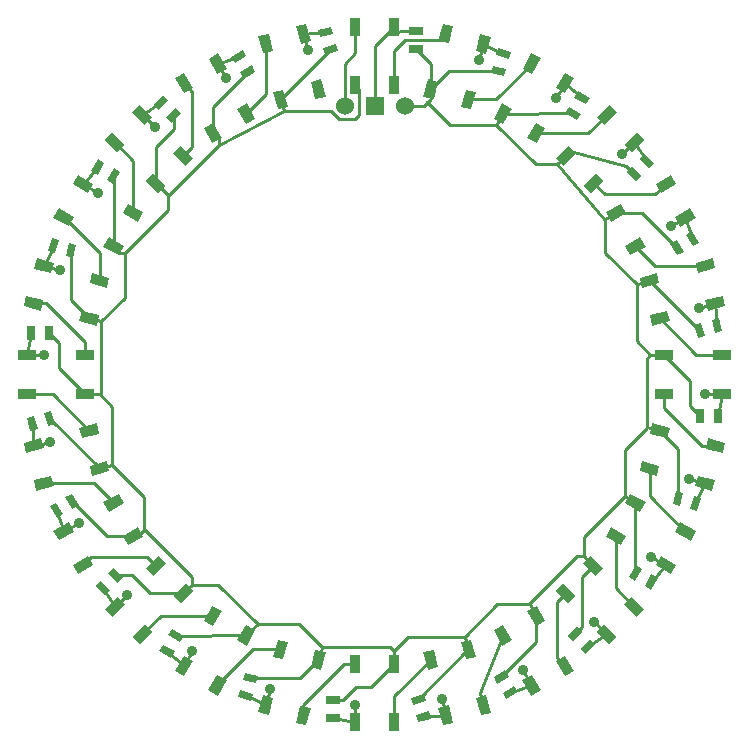
<source format=gtl>
G04 (created by PCBNEW (2013-mar-13)-testing) date Fri 11 Oct 2013 20:58:09 EST*
%MOIN*%
G04 Gerber Fmt 3.4, Leading zero omitted, Abs format*
%FSLAX34Y34*%
G01*
G70*
G90*
G04 APERTURE LIST*
%ADD10C,0.005906*%
%ADD11C,0.060000*%
%ADD12R,0.060000X0.060000*%
%ADD13R,0.045000X0.025000*%
%ADD14R,0.025000X0.045000*%
%ADD15R,0.035433X0.059055*%
%ADD16R,0.059055X0.035433*%
%ADD17C,0.035000*%
%ADD18C,0.010000*%
G04 APERTURE END LIST*
G54D10*
G54D11*
X1000Y8956D03*
G54D12*
X0Y8956D03*
G54D11*
X-1000Y8956D03*
G54D13*
X1377Y10845D03*
X1377Y11445D03*
G54D10*
G36*
X6748Y8482D02*
X6358Y8707D01*
X6483Y8924D01*
X6873Y8699D01*
X6748Y8482D01*
X6748Y8482D01*
G37*
G36*
X7048Y9002D02*
X6658Y9227D01*
X6783Y9444D01*
X7173Y9219D01*
X7048Y9002D01*
X7048Y9002D01*
G37*
G36*
X8714Y6447D02*
X8395Y6765D01*
X8572Y6942D01*
X8890Y6623D01*
X8714Y6447D01*
X8714Y6447D01*
G37*
G36*
X9138Y6871D02*
X8820Y7189D01*
X8996Y7366D01*
X9315Y7048D01*
X9138Y6871D01*
X9138Y6871D01*
G37*
G36*
X10085Y3972D02*
X9860Y4361D01*
X10077Y4486D01*
X10302Y4097D01*
X10085Y3972D01*
X10085Y3972D01*
G37*
G36*
X10605Y4272D02*
X10380Y4661D01*
X10596Y4786D01*
X10821Y4397D01*
X10605Y4272D01*
X10605Y4272D01*
G37*
G36*
X10770Y1226D02*
X10653Y1661D01*
X10895Y1725D01*
X11011Y1291D01*
X10770Y1226D01*
X10770Y1226D01*
G37*
G36*
X11349Y1381D02*
X11233Y1816D01*
X11474Y1881D01*
X11591Y1446D01*
X11349Y1381D01*
X11349Y1381D01*
G37*
G54D14*
X10845Y-1377D03*
X11445Y-1377D03*
G54D10*
G36*
X9940Y-4323D02*
X10056Y-3888D01*
X10298Y-3953D01*
X10181Y-4387D01*
X9940Y-4323D01*
X9940Y-4323D01*
G37*
G36*
X10519Y-4478D02*
X10636Y-4043D01*
X10877Y-4108D01*
X10761Y-4543D01*
X10519Y-4478D01*
X10519Y-4478D01*
G37*
G36*
X8482Y-6748D02*
X8707Y-6358D01*
X8924Y-6483D01*
X8699Y-6873D01*
X8482Y-6748D01*
X8482Y-6748D01*
G37*
G36*
X9002Y-7048D02*
X9227Y-6658D01*
X9443Y-6783D01*
X9218Y-7173D01*
X9002Y-7048D01*
X9002Y-7048D01*
G37*
G36*
X6447Y-8714D02*
X6765Y-8395D01*
X6942Y-8572D01*
X6623Y-8890D01*
X6447Y-8714D01*
X6447Y-8714D01*
G37*
G36*
X6871Y-9138D02*
X7189Y-8820D01*
X7366Y-8996D01*
X7048Y-9315D01*
X6871Y-9138D01*
X6871Y-9138D01*
G37*
G36*
X3972Y-10085D02*
X4361Y-9860D01*
X4486Y-10077D01*
X4097Y-10302D01*
X3972Y-10085D01*
X3972Y-10085D01*
G37*
G36*
X4272Y-10605D02*
X4661Y-10380D01*
X4786Y-10596D01*
X4397Y-10821D01*
X4272Y-10605D01*
X4272Y-10605D01*
G37*
G36*
X1226Y-10770D02*
X1660Y-10653D01*
X1725Y-10895D01*
X1290Y-11011D01*
X1226Y-10770D01*
X1226Y-10770D01*
G37*
G36*
X1381Y-11349D02*
X1816Y-11233D01*
X1880Y-11474D01*
X1446Y-11591D01*
X1381Y-11349D01*
X1381Y-11349D01*
G37*
G54D13*
X-1377Y-10845D03*
X-1377Y-11445D03*
G54D10*
G36*
X-4323Y-9940D02*
X-3888Y-10056D01*
X-3953Y-10298D01*
X-4387Y-10181D01*
X-4323Y-9940D01*
X-4323Y-9940D01*
G37*
G36*
X-4478Y-10519D02*
X-4043Y-10636D01*
X-4108Y-10877D01*
X-4543Y-10761D01*
X-4478Y-10519D01*
X-4478Y-10519D01*
G37*
G36*
X-6748Y-8482D02*
X-6358Y-8707D01*
X-6483Y-8924D01*
X-6873Y-8699D01*
X-6748Y-8482D01*
X-6748Y-8482D01*
G37*
G36*
X-7048Y-9002D02*
X-6658Y-9227D01*
X-6783Y-9443D01*
X-7173Y-9218D01*
X-7048Y-9002D01*
X-7048Y-9002D01*
G37*
G36*
X-8714Y-6447D02*
X-8395Y-6765D01*
X-8572Y-6942D01*
X-8890Y-6623D01*
X-8714Y-6447D01*
X-8714Y-6447D01*
G37*
G36*
X-9138Y-6871D02*
X-8820Y-7189D01*
X-8996Y-7366D01*
X-9315Y-7048D01*
X-9138Y-6871D01*
X-9138Y-6871D01*
G37*
G36*
X-10085Y-3972D02*
X-9860Y-4361D01*
X-10077Y-4486D01*
X-10302Y-4097D01*
X-10085Y-3972D01*
X-10085Y-3972D01*
G37*
G36*
X-10605Y-4272D02*
X-10380Y-4661D01*
X-10596Y-4786D01*
X-10821Y-4397D01*
X-10605Y-4272D01*
X-10605Y-4272D01*
G37*
G36*
X-10770Y-1226D02*
X-10653Y-1660D01*
X-10895Y-1725D01*
X-11011Y-1290D01*
X-10770Y-1226D01*
X-10770Y-1226D01*
G37*
G36*
X-11349Y-1381D02*
X-11233Y-1816D01*
X-11474Y-1880D01*
X-11591Y-1446D01*
X-11349Y-1381D01*
X-11349Y-1381D01*
G37*
G54D14*
X-10845Y1377D03*
X-11445Y1377D03*
G54D10*
G36*
X-9940Y4323D02*
X-10056Y3888D01*
X-10298Y3953D01*
X-10181Y4387D01*
X-9940Y4323D01*
X-9940Y4323D01*
G37*
G36*
X-10519Y4478D02*
X-10636Y4043D01*
X-10877Y4108D01*
X-10761Y4543D01*
X-10519Y4478D01*
X-10519Y4478D01*
G37*
G36*
X-8482Y6748D02*
X-8707Y6358D01*
X-8924Y6483D01*
X-8699Y6873D01*
X-8482Y6748D01*
X-8482Y6748D01*
G37*
G36*
X-9002Y7048D02*
X-9227Y6658D01*
X-9443Y6783D01*
X-9218Y7173D01*
X-9002Y7048D01*
X-9002Y7048D01*
G37*
G36*
X-6447Y8714D02*
X-6765Y8395D01*
X-6942Y8572D01*
X-6623Y8890D01*
X-6447Y8714D01*
X-6447Y8714D01*
G37*
G36*
X-6871Y9138D02*
X-7189Y8820D01*
X-7366Y8996D01*
X-7048Y9315D01*
X-6871Y9138D01*
X-6871Y9138D01*
G37*
G36*
X-3972Y10085D02*
X-4361Y9860D01*
X-4486Y10077D01*
X-4097Y10302D01*
X-3972Y10085D01*
X-3972Y10085D01*
G37*
G36*
X-4272Y10605D02*
X-4661Y10380D01*
X-4786Y10596D01*
X-4397Y10821D01*
X-4272Y10605D01*
X-4272Y10605D01*
G37*
G36*
X-1226Y10770D02*
X-1660Y10653D01*
X-1725Y10895D01*
X-1290Y11011D01*
X-1226Y10770D01*
X-1226Y10770D01*
G37*
G36*
X-1381Y11349D02*
X-1816Y11233D01*
X-1880Y11474D01*
X-1446Y11591D01*
X-1381Y11349D01*
X-1381Y11349D01*
G37*
G36*
X4323Y9940D02*
X3888Y10056D01*
X3953Y10298D01*
X4387Y10181D01*
X4323Y9940D01*
X4323Y9940D01*
G37*
G36*
X4478Y10520D02*
X4043Y10636D01*
X4108Y10878D01*
X4543Y10761D01*
X4478Y10520D01*
X4478Y10520D01*
G37*
G54D15*
X-649Y9665D03*
X649Y9665D03*
X649Y11590D03*
X-649Y11594D03*
G54D10*
G36*
X1968Y9173D02*
X1626Y9264D01*
X1779Y9835D01*
X2121Y9743D01*
X1968Y9173D01*
X1968Y9173D01*
G37*
G36*
X3223Y8836D02*
X2881Y8928D01*
X3034Y9498D01*
X3376Y9407D01*
X3223Y8836D01*
X3223Y8836D01*
G37*
G36*
X3721Y10696D02*
X3379Y10788D01*
X3532Y11358D01*
X3874Y11266D01*
X3721Y10696D01*
X3721Y10696D01*
G37*
G36*
X2468Y11036D02*
X2125Y11128D01*
X2278Y11698D01*
X2620Y11606D01*
X2468Y11036D01*
X2468Y11036D01*
G37*
G36*
X4275Y8350D02*
X3969Y8528D01*
X4264Y9039D01*
X4571Y8862D01*
X4275Y8350D01*
X4275Y8350D01*
G37*
G36*
X5401Y7701D02*
X5094Y7878D01*
X5389Y8389D01*
X5696Y8212D01*
X5401Y7701D01*
X5401Y7701D01*
G37*
G36*
X6363Y9368D02*
X6056Y9545D01*
X6352Y10057D01*
X6658Y9880D01*
X6363Y9368D01*
X6363Y9368D01*
G37*
G36*
X5240Y10021D02*
X4933Y10198D01*
X5228Y10710D01*
X5535Y10533D01*
X5240Y10021D01*
X5240Y10021D01*
G37*
G36*
X6291Y6959D02*
X6041Y7210D01*
X6458Y7627D01*
X6709Y7377D01*
X6291Y6959D01*
X6291Y6959D01*
G37*
G36*
X7210Y6041D02*
X6959Y6291D01*
X7377Y6709D01*
X7627Y6458D01*
X7210Y6041D01*
X7210Y6041D01*
G37*
G36*
X8571Y7402D02*
X8321Y7652D01*
X8738Y8070D01*
X8989Y7819D01*
X8571Y7402D01*
X8571Y7402D01*
G37*
G36*
X7655Y8323D02*
X7405Y8574D01*
X7822Y8991D01*
X8073Y8741D01*
X7655Y8323D01*
X7655Y8323D01*
G37*
G36*
X7878Y5094D02*
X7701Y5401D01*
X8212Y5696D01*
X8390Y5389D01*
X7878Y5094D01*
X7878Y5094D01*
G37*
G36*
X8528Y3969D02*
X8351Y4275D01*
X8862Y4571D01*
X9039Y4264D01*
X8528Y3969D01*
X8528Y3969D01*
G37*
G36*
X10195Y4931D02*
X10018Y5238D01*
X10529Y5533D01*
X10706Y5226D01*
X10195Y4931D01*
X10195Y4931D01*
G37*
G36*
X9549Y6058D02*
X9372Y6365D01*
X9883Y6660D01*
X10060Y6354D01*
X9549Y6058D01*
X9549Y6058D01*
G37*
G36*
X8928Y2881D02*
X8836Y3223D01*
X9407Y3376D01*
X9498Y3034D01*
X8928Y2881D01*
X8928Y2881D01*
G37*
G36*
X9264Y1626D02*
X9173Y1968D01*
X9743Y2121D01*
X9835Y1779D01*
X9264Y1626D01*
X9264Y1626D01*
G37*
G36*
X11124Y2124D02*
X11032Y2467D01*
X11603Y2619D01*
X11694Y2277D01*
X11124Y2124D01*
X11124Y2124D01*
G37*
G36*
X10791Y3380D02*
X10700Y3723D01*
X11270Y3875D01*
X11362Y3533D01*
X10791Y3380D01*
X10791Y3380D01*
G37*
G54D16*
X9665Y649D03*
X9665Y-649D03*
X11590Y-649D03*
X11594Y649D03*
G54D10*
G36*
X9173Y-1968D02*
X9264Y-1626D01*
X9835Y-1779D01*
X9743Y-2121D01*
X9173Y-1968D01*
X9173Y-1968D01*
G37*
G36*
X8836Y-3223D02*
X8928Y-2881D01*
X9498Y-3034D01*
X9407Y-3376D01*
X8836Y-3223D01*
X8836Y-3223D01*
G37*
G36*
X10696Y-3721D02*
X10788Y-3379D01*
X11358Y-3532D01*
X11266Y-3874D01*
X10696Y-3721D01*
X10696Y-3721D01*
G37*
G36*
X11036Y-2468D02*
X11128Y-2125D01*
X11698Y-2278D01*
X11606Y-2620D01*
X11036Y-2468D01*
X11036Y-2468D01*
G37*
G36*
X8351Y-4275D02*
X8528Y-3969D01*
X9039Y-4264D01*
X8862Y-4571D01*
X8351Y-4275D01*
X8351Y-4275D01*
G37*
G36*
X7701Y-5401D02*
X7878Y-5094D01*
X8390Y-5389D01*
X8212Y-5696D01*
X7701Y-5401D01*
X7701Y-5401D01*
G37*
G36*
X9368Y-6363D02*
X9545Y-6056D01*
X10057Y-6352D01*
X9880Y-6658D01*
X9368Y-6363D01*
X9368Y-6363D01*
G37*
G36*
X10021Y-5240D02*
X10198Y-4933D01*
X10710Y-5228D01*
X10533Y-5535D01*
X10021Y-5240D01*
X10021Y-5240D01*
G37*
G36*
X6959Y-6291D02*
X7210Y-6041D01*
X7627Y-6458D01*
X7377Y-6709D01*
X6959Y-6291D01*
X6959Y-6291D01*
G37*
G36*
X6041Y-7210D02*
X6291Y-6959D01*
X6709Y-7377D01*
X6458Y-7627D01*
X6041Y-7210D01*
X6041Y-7210D01*
G37*
G36*
X7402Y-8571D02*
X7652Y-8321D01*
X8070Y-8738D01*
X7819Y-8989D01*
X7402Y-8571D01*
X7402Y-8571D01*
G37*
G36*
X8323Y-7655D02*
X8574Y-7405D01*
X8991Y-7822D01*
X8741Y-8073D01*
X8323Y-7655D01*
X8323Y-7655D01*
G37*
G36*
X5094Y-7878D02*
X5401Y-7701D01*
X5696Y-8212D01*
X5389Y-8390D01*
X5094Y-7878D01*
X5094Y-7878D01*
G37*
G36*
X3969Y-8528D02*
X4275Y-8351D01*
X4571Y-8862D01*
X4264Y-9039D01*
X3969Y-8528D01*
X3969Y-8528D01*
G37*
G36*
X4931Y-10195D02*
X5238Y-10018D01*
X5533Y-10529D01*
X5226Y-10706D01*
X4931Y-10195D01*
X4931Y-10195D01*
G37*
G36*
X6058Y-9549D02*
X6365Y-9372D01*
X6660Y-9883D01*
X6354Y-10060D01*
X6058Y-9549D01*
X6058Y-9549D01*
G37*
G36*
X2881Y-8928D02*
X3223Y-8836D01*
X3376Y-9407D01*
X3034Y-9498D01*
X2881Y-8928D01*
X2881Y-8928D01*
G37*
G36*
X1626Y-9264D02*
X1968Y-9173D01*
X2121Y-9743D01*
X1779Y-9835D01*
X1626Y-9264D01*
X1626Y-9264D01*
G37*
G36*
X2124Y-11124D02*
X2467Y-11032D01*
X2619Y-11603D01*
X2277Y-11694D01*
X2124Y-11124D01*
X2124Y-11124D01*
G37*
G36*
X3380Y-10791D02*
X3723Y-10700D01*
X3875Y-11270D01*
X3533Y-11362D01*
X3380Y-10791D01*
X3380Y-10791D01*
G37*
G54D15*
X649Y-9665D03*
X-649Y-9665D03*
X-649Y-11590D03*
X649Y-11594D03*
G54D10*
G36*
X-1968Y-9173D02*
X-1626Y-9264D01*
X-1779Y-9835D01*
X-2121Y-9743D01*
X-1968Y-9173D01*
X-1968Y-9173D01*
G37*
G36*
X-3223Y-8836D02*
X-2881Y-8928D01*
X-3034Y-9498D01*
X-3376Y-9407D01*
X-3223Y-8836D01*
X-3223Y-8836D01*
G37*
G36*
X-3721Y-10696D02*
X-3379Y-10788D01*
X-3532Y-11358D01*
X-3874Y-11266D01*
X-3721Y-10696D01*
X-3721Y-10696D01*
G37*
G36*
X-2468Y-11036D02*
X-2125Y-11128D01*
X-2278Y-11698D01*
X-2620Y-11606D01*
X-2468Y-11036D01*
X-2468Y-11036D01*
G37*
G36*
X-4275Y-8351D02*
X-3969Y-8528D01*
X-4264Y-9039D01*
X-4571Y-8862D01*
X-4275Y-8351D01*
X-4275Y-8351D01*
G37*
G36*
X-5401Y-7701D02*
X-5094Y-7878D01*
X-5389Y-8390D01*
X-5696Y-8212D01*
X-5401Y-7701D01*
X-5401Y-7701D01*
G37*
G36*
X-6363Y-9368D02*
X-6056Y-9545D01*
X-6352Y-10057D01*
X-6658Y-9880D01*
X-6363Y-9368D01*
X-6363Y-9368D01*
G37*
G36*
X-5240Y-10021D02*
X-4933Y-10198D01*
X-5228Y-10710D01*
X-5535Y-10533D01*
X-5240Y-10021D01*
X-5240Y-10021D01*
G37*
G36*
X-6291Y-6959D02*
X-6041Y-7210D01*
X-6458Y-7627D01*
X-6709Y-7377D01*
X-6291Y-6959D01*
X-6291Y-6959D01*
G37*
G36*
X-7210Y-6041D02*
X-6959Y-6291D01*
X-7377Y-6709D01*
X-7627Y-6458D01*
X-7210Y-6041D01*
X-7210Y-6041D01*
G37*
G36*
X-8571Y-7402D02*
X-8321Y-7652D01*
X-8738Y-8070D01*
X-8989Y-7819D01*
X-8571Y-7402D01*
X-8571Y-7402D01*
G37*
G36*
X-7655Y-8323D02*
X-7405Y-8574D01*
X-7822Y-8991D01*
X-8073Y-8741D01*
X-7655Y-8323D01*
X-7655Y-8323D01*
G37*
G36*
X-7878Y-5094D02*
X-7701Y-5401D01*
X-8212Y-5696D01*
X-8390Y-5389D01*
X-7878Y-5094D01*
X-7878Y-5094D01*
G37*
G36*
X-8528Y-3969D02*
X-8351Y-4275D01*
X-8862Y-4571D01*
X-9039Y-4264D01*
X-8528Y-3969D01*
X-8528Y-3969D01*
G37*
G36*
X-10195Y-4931D02*
X-10018Y-5238D01*
X-10529Y-5533D01*
X-10706Y-5226D01*
X-10195Y-4931D01*
X-10195Y-4931D01*
G37*
G36*
X-9549Y-6058D02*
X-9372Y-6365D01*
X-9883Y-6660D01*
X-10060Y-6354D01*
X-9549Y-6058D01*
X-9549Y-6058D01*
G37*
G36*
X-8928Y-2881D02*
X-8836Y-3223D01*
X-9407Y-3376D01*
X-9498Y-3034D01*
X-8928Y-2881D01*
X-8928Y-2881D01*
G37*
G36*
X-9264Y-1626D02*
X-9173Y-1968D01*
X-9743Y-2121D01*
X-9835Y-1779D01*
X-9264Y-1626D01*
X-9264Y-1626D01*
G37*
G36*
X-11124Y-2124D02*
X-11032Y-2467D01*
X-11603Y-2619D01*
X-11694Y-2277D01*
X-11124Y-2124D01*
X-11124Y-2124D01*
G37*
G36*
X-10791Y-3380D02*
X-10700Y-3723D01*
X-11270Y-3875D01*
X-11362Y-3533D01*
X-10791Y-3380D01*
X-10791Y-3380D01*
G37*
G54D16*
X-9665Y-649D03*
X-9665Y649D03*
X-11590Y649D03*
X-11594Y-649D03*
G54D10*
G36*
X-9173Y1968D02*
X-9264Y1626D01*
X-9835Y1779D01*
X-9743Y2121D01*
X-9173Y1968D01*
X-9173Y1968D01*
G37*
G36*
X-8836Y3223D02*
X-8928Y2881D01*
X-9498Y3034D01*
X-9407Y3376D01*
X-8836Y3223D01*
X-8836Y3223D01*
G37*
G36*
X-10696Y3722D02*
X-10788Y3379D01*
X-11358Y3532D01*
X-11266Y3874D01*
X-10696Y3722D01*
X-10696Y3722D01*
G37*
G36*
X-11036Y2468D02*
X-11128Y2125D01*
X-11698Y2278D01*
X-11606Y2620D01*
X-11036Y2468D01*
X-11036Y2468D01*
G37*
G36*
X-8351Y4275D02*
X-8528Y3969D01*
X-9039Y4264D01*
X-8862Y4571D01*
X-8351Y4275D01*
X-8351Y4275D01*
G37*
G36*
X-7701Y5401D02*
X-7878Y5094D01*
X-8390Y5389D01*
X-8212Y5696D01*
X-7701Y5401D01*
X-7701Y5401D01*
G37*
G36*
X-9368Y6363D02*
X-9545Y6056D01*
X-10057Y6352D01*
X-9880Y6658D01*
X-9368Y6363D01*
X-9368Y6363D01*
G37*
G36*
X-10021Y5240D02*
X-10198Y4933D01*
X-10710Y5228D01*
X-10533Y5535D01*
X-10021Y5240D01*
X-10021Y5240D01*
G37*
G36*
X-6959Y6291D02*
X-7210Y6041D01*
X-7627Y6458D01*
X-7377Y6709D01*
X-6959Y6291D01*
X-6959Y6291D01*
G37*
G36*
X-6041Y7210D02*
X-6291Y6959D01*
X-6709Y7377D01*
X-6458Y7627D01*
X-6041Y7210D01*
X-6041Y7210D01*
G37*
G36*
X-7402Y8571D02*
X-7652Y8321D01*
X-8070Y8738D01*
X-7819Y8989D01*
X-7402Y8571D01*
X-7402Y8571D01*
G37*
G36*
X-8323Y7655D02*
X-8574Y7405D01*
X-8991Y7822D01*
X-8741Y8073D01*
X-8323Y7655D01*
X-8323Y7655D01*
G37*
G36*
X-5094Y7878D02*
X-5401Y7701D01*
X-5696Y8212D01*
X-5389Y8389D01*
X-5094Y7878D01*
X-5094Y7878D01*
G37*
G36*
X-3969Y8528D02*
X-4275Y8350D01*
X-4571Y8862D01*
X-4264Y9039D01*
X-3969Y8528D01*
X-3969Y8528D01*
G37*
G36*
X-4931Y10195D02*
X-5238Y10018D01*
X-5533Y10529D01*
X-5226Y10706D01*
X-4931Y10195D01*
X-4931Y10195D01*
G37*
G36*
X-6058Y9549D02*
X-6365Y9372D01*
X-6660Y9883D01*
X-6354Y10060D01*
X-6058Y9549D01*
X-6058Y9549D01*
G37*
G36*
X-2881Y8928D02*
X-3223Y8836D01*
X-3376Y9407D01*
X-3034Y9498D01*
X-2881Y8928D01*
X-2881Y8928D01*
G37*
G36*
X-1626Y9264D02*
X-1968Y9173D01*
X-2121Y9743D01*
X-1779Y9835D01*
X-1626Y9264D01*
X-1626Y9264D01*
G37*
G36*
X-2124Y11124D02*
X-2467Y11032D01*
X-2619Y11603D01*
X-2277Y11694D01*
X-2124Y11124D01*
X-2124Y11124D01*
G37*
G36*
X-3380Y10791D02*
X-3723Y10700D01*
X-3875Y11270D01*
X-3533Y11362D01*
X-3380Y10791D01*
X-3380Y10791D01*
G37*
G54D17*
X-2224Y10811D03*
X-4940Y9870D03*
X-9228Y6047D03*
X-10476Y3480D03*
X-11019Y645D03*
X-10807Y-2240D03*
X-9862Y-4956D03*
X-8248Y-7334D03*
X-6074Y-9216D03*
X-3484Y-10468D03*
X-649Y-11015D03*
X2236Y-10807D03*
X4956Y-9862D03*
X7326Y-8259D03*
X9212Y-6070D03*
X10472Y-3476D03*
X11011Y-649D03*
X3468Y10476D03*
X6066Y9220D03*
X8248Y7334D03*
X9870Y4944D03*
X10811Y2216D03*
X-7330Y8246D03*
G54D18*
X9196Y649D02*
X8737Y1108D01*
X8737Y1108D02*
X8737Y3013D01*
X9196Y649D02*
X9071Y524D01*
X9665Y649D02*
X9196Y649D01*
X9071Y524D02*
X9071Y-1758D01*
X649Y-9219D02*
X1131Y-8737D01*
X1131Y-8737D02*
X3013Y-8737D01*
X-8695Y4270D02*
X-8472Y4047D01*
X-8472Y4047D02*
X-8309Y4047D01*
X-6874Y5972D02*
X-6874Y5482D01*
X-6874Y5482D02*
X-8309Y4047D01*
X-6885Y5972D02*
X-6874Y5972D01*
X-6874Y5972D02*
X-6860Y5972D01*
X-7288Y6375D02*
X-6885Y5972D01*
X-7293Y6375D02*
X-7288Y6375D01*
X-6860Y5972D02*
X-5172Y7659D01*
X1874Y9504D02*
X1874Y9190D01*
X1874Y9190D02*
X1640Y8956D01*
X-649Y9665D02*
X-503Y9519D01*
X-635Y8506D02*
X-838Y8506D01*
X-503Y8637D02*
X-635Y8506D01*
X-503Y9519D02*
X-503Y8637D01*
X-1475Y10832D02*
X-1475Y10820D01*
X-1475Y10820D02*
X-3129Y9167D01*
X1377Y10845D02*
X1874Y10349D01*
X1874Y10349D02*
X1874Y9504D01*
X1874Y9504D02*
X2489Y10119D01*
X2489Y10119D02*
X4138Y10119D01*
X1759Y9075D02*
X1640Y8956D01*
X2501Y8332D02*
X1759Y9075D01*
X4060Y8332D02*
X2501Y8332D01*
X1640Y8956D02*
X1000Y8956D01*
X6086Y7004D02*
X5388Y7004D01*
X4060Y8332D02*
X4060Y8332D01*
X5388Y7004D02*
X4060Y8332D01*
X10081Y4229D02*
X8915Y5395D01*
X8915Y5395D02*
X8045Y5395D01*
X8737Y3013D02*
X7688Y4063D01*
X7688Y4063D02*
X7688Y5188D01*
X10832Y1476D02*
X9179Y3129D01*
X9179Y3129D02*
X9167Y3129D01*
X-9106Y1767D02*
X-9106Y-591D01*
X-9106Y-591D02*
X-9165Y-649D01*
X-8737Y-3013D02*
X-8737Y-1077D01*
X-8737Y-1077D02*
X-9165Y-649D01*
X-9165Y-649D02*
X-9665Y-649D01*
X10845Y-1377D02*
X10527Y-1059D01*
X10527Y-212D02*
X9665Y649D01*
X10527Y-1059D02*
X10527Y-212D01*
X10119Y-4138D02*
X10119Y-2489D01*
X10119Y-2489D02*
X9504Y-1874D01*
X8333Y-4066D02*
X8333Y-2516D01*
X9071Y-1778D02*
X9071Y-1758D01*
X8333Y-2516D02*
X9071Y-1778D01*
X6978Y-6060D02*
X6978Y-5421D01*
X6978Y-5421D02*
X8333Y-4066D01*
X8333Y-4066D02*
X8336Y-4063D01*
X8703Y-6616D02*
X8695Y-6607D01*
X8695Y-6607D02*
X8695Y-4270D01*
X6694Y-8643D02*
X6921Y-8416D01*
X6921Y-6747D02*
X7293Y-6375D01*
X6921Y-8416D02*
X6921Y-6747D01*
X5153Y-7660D02*
X6753Y-6060D01*
X6753Y-6060D02*
X6978Y-6060D01*
X4229Y-10081D02*
X5395Y-8915D01*
X5395Y-8915D02*
X5395Y-8045D01*
X3013Y-8737D02*
X4091Y-7660D01*
X4091Y-7660D02*
X5153Y-7660D01*
X5153Y-7660D02*
X5172Y-7660D01*
X1475Y-10832D02*
X1475Y-10820D01*
X1475Y-10820D02*
X3129Y-9167D01*
X-1377Y-10845D02*
X-1054Y-10845D01*
X-106Y-10421D02*
X649Y-9665D01*
X-629Y-10421D02*
X-106Y-10421D01*
X-1054Y-10845D02*
X-629Y-10421D01*
X-1758Y-9073D02*
X503Y-9073D01*
X503Y-9073D02*
X649Y-9219D01*
X-4138Y-10119D02*
X-2489Y-10119D01*
X-2489Y-10119D02*
X-1874Y-9504D01*
X-6090Y-7009D02*
X-5207Y-7009D01*
X-5207Y-7009D02*
X-3895Y-8320D01*
X-4270Y-8695D02*
X-3895Y-8320D01*
X-3895Y-8320D02*
X-3882Y-8308D01*
X-2524Y-8308D02*
X-1758Y-9073D01*
X-3901Y-8308D02*
X-2524Y-8308D01*
X-3882Y-8308D02*
X-3894Y-8308D01*
X-3894Y-8308D02*
X-3901Y-8314D01*
X-3901Y-8314D02*
X-3901Y-8308D01*
X-8643Y-6694D02*
X-8096Y-6694D01*
X-7497Y-7293D02*
X-6375Y-7293D01*
X-8096Y-6694D02*
X-7497Y-7293D01*
X-6375Y-7293D02*
X-6090Y-7009D01*
X-6090Y-6742D02*
X-7660Y-5172D01*
X-6090Y-7009D02*
X-6090Y-6742D01*
X-7680Y-5193D02*
X-7680Y-4070D01*
X-7680Y-4070D02*
X-8737Y-3013D01*
X-8045Y-5395D02*
X-7882Y-5395D01*
X-7882Y-5395D02*
X-7680Y-5193D01*
X-7680Y-5193D02*
X-7660Y-5172D01*
X-8309Y4047D02*
X-8309Y2564D01*
X-8309Y2564D02*
X-9106Y1767D01*
X-5395Y8045D02*
X-5172Y7822D01*
X-5172Y7822D02*
X-5172Y7659D01*
X-4229Y10081D02*
X-5395Y8915D01*
X-5395Y8915D02*
X-5395Y8045D01*
X-7293Y6375D02*
X-7293Y7576D01*
X-6694Y8175D02*
X-6694Y8643D01*
X-7293Y7576D02*
X-6694Y8175D01*
X-8703Y6616D02*
X-8695Y6607D01*
X-8695Y6607D02*
X-8695Y4270D01*
X-9504Y1874D02*
X-10119Y2489D01*
X-10119Y2489D02*
X-10119Y4138D01*
X-10845Y1377D02*
X-10516Y1048D01*
X-10516Y1048D02*
X-10516Y201D01*
X-10516Y201D02*
X-9665Y-649D01*
X-10832Y-1475D02*
X-10820Y-1475D01*
X-10820Y-1475D02*
X-9167Y-3129D01*
X-8045Y-5395D02*
X-8915Y-5395D01*
X-8915Y-5395D02*
X-10081Y-4229D01*
X-6616Y-8703D02*
X-4270Y-8695D01*
X4270Y8695D02*
X4060Y8332D01*
X4060Y8332D02*
X4047Y8309D01*
X6616Y8703D02*
X4270Y8695D01*
X-9504Y1874D02*
X-9106Y1767D01*
X-9167Y-3129D02*
X-8737Y-3013D01*
X8045Y5395D02*
X7688Y5188D01*
X7688Y5188D02*
X7660Y5172D01*
X6086Y7004D02*
X7660Y5172D01*
X7660Y5172D02*
X7660Y5172D01*
X9167Y3129D02*
X8737Y3013D01*
X6375Y7293D02*
X6086Y7004D01*
X3129Y-9167D02*
X3013Y-8737D01*
X3013Y-8737D02*
X3013Y-8737D01*
X3013Y-8737D02*
X3013Y-8737D01*
X-1758Y-9073D02*
X-1758Y-9073D01*
X-1767Y-9105D02*
X-1758Y-9073D01*
X649Y-9665D02*
X649Y-9219D01*
X-1193Y8511D02*
X-1450Y8770D01*
X-1450Y8770D02*
X-1450Y8770D01*
X-1450Y8770D02*
X-3025Y8780D01*
X-838Y8506D02*
X-1161Y8506D01*
X-1161Y8506D02*
X-1193Y8511D01*
X-5172Y7659D02*
X-5172Y7659D01*
X-5172Y7659D02*
X-5172Y7659D01*
X-3025Y8780D02*
X-3025Y8780D01*
X8643Y6694D02*
X8378Y6959D01*
X4047Y8309D02*
X4047Y8309D01*
X-1874Y-9504D02*
X-1767Y-9105D01*
X-3129Y9167D02*
X-3025Y8780D01*
X4047Y8309D02*
X4047Y8309D01*
X6375Y7293D02*
X6532Y7451D01*
X5395Y-8045D02*
X5172Y-7660D01*
X6532Y7451D02*
X8378Y6959D01*
X7293Y-6375D02*
X6978Y-6060D01*
X9504Y-1874D02*
X9071Y-1758D01*
X8737Y3013D02*
X8737Y3013D01*
X8737Y3013D02*
X8737Y3013D01*
X8737Y3013D02*
X8737Y3013D01*
X-5172Y7659D02*
X-3025Y8780D01*
X-5172Y7659D02*
X-5172Y7659D01*
X8695Y-4270D02*
X8336Y-4063D01*
X-1000Y8956D02*
X-1000Y10362D01*
X-649Y10712D02*
X-649Y11594D01*
X-1000Y10362D02*
X-649Y10712D01*
X649Y11412D02*
X1002Y11445D01*
X1377Y11445D02*
X1002Y11445D01*
X649Y11590D02*
X649Y11412D01*
X649Y11590D02*
X0Y10940D01*
X0Y10940D02*
X0Y8956D01*
X-2224Y10811D02*
X-2372Y11363D01*
X-4940Y9870D02*
X-5232Y10362D01*
X-9228Y6047D02*
X-9713Y6357D01*
X-10476Y3480D02*
X-11027Y3627D01*
X-11590Y649D02*
X-11019Y645D01*
X-10807Y-2240D02*
X-11363Y-2372D01*
X-9862Y-4956D02*
X-10362Y-5232D01*
X-8248Y-7334D02*
X-8655Y-7736D01*
X-6074Y-9216D02*
X-6357Y-9713D01*
X-3484Y-10468D02*
X-3627Y-11027D01*
X-649Y-11015D02*
X-649Y-11590D01*
X2236Y-10807D02*
X2372Y-11363D01*
X4956Y-9862D02*
X5232Y-10362D01*
X7326Y-8259D02*
X7736Y-8655D01*
X9212Y-6070D02*
X9713Y-6357D01*
X10472Y-3476D02*
X11027Y-3627D01*
X11011Y-649D02*
X11590Y-649D01*
X-2372Y11363D02*
X-1631Y11412D01*
X-5232Y10362D02*
X-4529Y10601D01*
X-7736Y8655D02*
X-7118Y9067D01*
X-9713Y6357D02*
X-9223Y6916D01*
X-11027Y3627D02*
X-10698Y4293D01*
X-11590Y649D02*
X-11445Y1377D01*
X-11363Y-2372D02*
X-11412Y-1631D01*
X-10362Y-5232D02*
X-10601Y-4529D01*
X-8655Y-7736D02*
X-9067Y-7118D01*
X-6357Y-9713D02*
X-6916Y-9223D01*
X-3627Y-11027D02*
X-4293Y-10698D01*
X-649Y-11590D02*
X-1377Y-11445D01*
X2372Y-11363D02*
X1631Y-11412D01*
X5232Y-10362D02*
X4529Y-10601D01*
X7736Y-8655D02*
X7118Y-9067D01*
X9713Y-6357D02*
X9223Y-6916D01*
X11027Y-3627D02*
X10698Y-4293D01*
X11590Y-649D02*
X11445Y-1377D01*
X11363Y2372D02*
X11412Y1631D01*
X3627Y11027D02*
X4293Y10699D01*
X3468Y10476D02*
X3627Y11027D01*
X6357Y9712D02*
X6916Y9223D01*
X6066Y9220D02*
X6357Y9712D01*
X9067Y7118D02*
X8655Y7736D01*
X8248Y7334D02*
X8655Y7736D01*
X10362Y5232D02*
X10601Y4529D01*
X9870Y4944D02*
X10362Y5232D01*
X11363Y2372D02*
X10811Y2216D01*
X-7421Y8340D02*
X-7421Y8340D01*
X-7421Y8340D02*
X-7330Y8246D01*
X-7736Y8655D02*
X-7654Y8573D01*
X-7654Y8573D02*
X-7421Y8340D01*
X-7293Y-6375D02*
X-7582Y-6086D01*
X-9443Y-6086D02*
X-9716Y-6359D01*
X-7582Y-6086D02*
X-9443Y-6086D01*
X-8657Y7739D02*
X-8045Y7127D01*
X-8045Y7127D02*
X-8045Y5395D01*
X-4270Y8695D02*
X-3628Y9337D01*
X-3628Y9337D02*
X-3628Y11031D01*
X11594Y649D02*
X10728Y649D01*
X10728Y649D02*
X9504Y1874D01*
X-9665Y649D02*
X-9665Y1090D01*
X-10948Y2373D02*
X-11367Y2373D01*
X-9665Y1090D02*
X-10948Y2373D01*
X-9167Y3129D02*
X-9167Y3971D01*
X-9167Y4036D02*
X-10366Y5234D01*
X-9167Y3971D02*
X-9167Y4036D01*
X9716Y6359D02*
X9356Y6000D01*
X7668Y6000D02*
X7293Y6375D01*
X9356Y6000D02*
X7668Y6000D01*
X5395Y8045D02*
X7127Y8045D01*
X7127Y8045D02*
X7739Y8657D01*
X8695Y4270D02*
X9337Y3628D01*
X9337Y3628D02*
X11031Y3628D01*
X3129Y9167D02*
X4036Y9167D01*
X4036Y9167D02*
X5234Y10365D01*
X2373Y11367D02*
X2155Y11149D01*
X649Y10767D02*
X649Y9665D01*
X1031Y11149D02*
X649Y10767D01*
X1074Y11149D02*
X1031Y11149D01*
X2155Y11149D02*
X1074Y11149D01*
X8045Y-5395D02*
X8045Y-7127D01*
X8045Y-7127D02*
X8657Y-7739D01*
X6359Y-9716D02*
X6094Y-9451D01*
X6094Y-7574D02*
X6375Y-7293D01*
X6094Y-9451D02*
X6094Y-7574D01*
X1874Y-9504D02*
X649Y-10728D01*
X649Y-10728D02*
X649Y-11594D01*
X3513Y-10601D02*
X4270Y-8695D01*
X3513Y-10601D02*
X3513Y-10601D01*
X3628Y-11031D02*
X3513Y-10601D01*
X9665Y-649D02*
X9665Y-1133D01*
X10904Y-2373D02*
X11367Y-2373D01*
X9665Y-1133D02*
X10904Y-2373D01*
X10366Y-5234D02*
X9167Y-4036D01*
X9167Y-4036D02*
X9167Y-3129D01*
X-5395Y-8045D02*
X-7127Y-8045D01*
X-7127Y-8045D02*
X-7739Y-8657D01*
X-9504Y-1874D02*
X-10728Y-649D01*
X-10728Y-649D02*
X-11594Y-649D01*
X-8695Y-4270D02*
X-9337Y-3628D01*
X-9337Y-3628D02*
X-11031Y-3628D01*
X-649Y-9665D02*
X-1023Y-9665D01*
X-2373Y-11015D02*
X-2373Y-11367D01*
X-1023Y-9665D02*
X-2373Y-11015D01*
X-3129Y-9167D02*
X-4036Y-9167D01*
X-4036Y-9167D02*
X-5234Y-10366D01*
X-6375Y7293D02*
X-6074Y7594D01*
X-6074Y9431D02*
X-6359Y9716D01*
X-6074Y7594D02*
X-6074Y9431D01*
M02*

</source>
